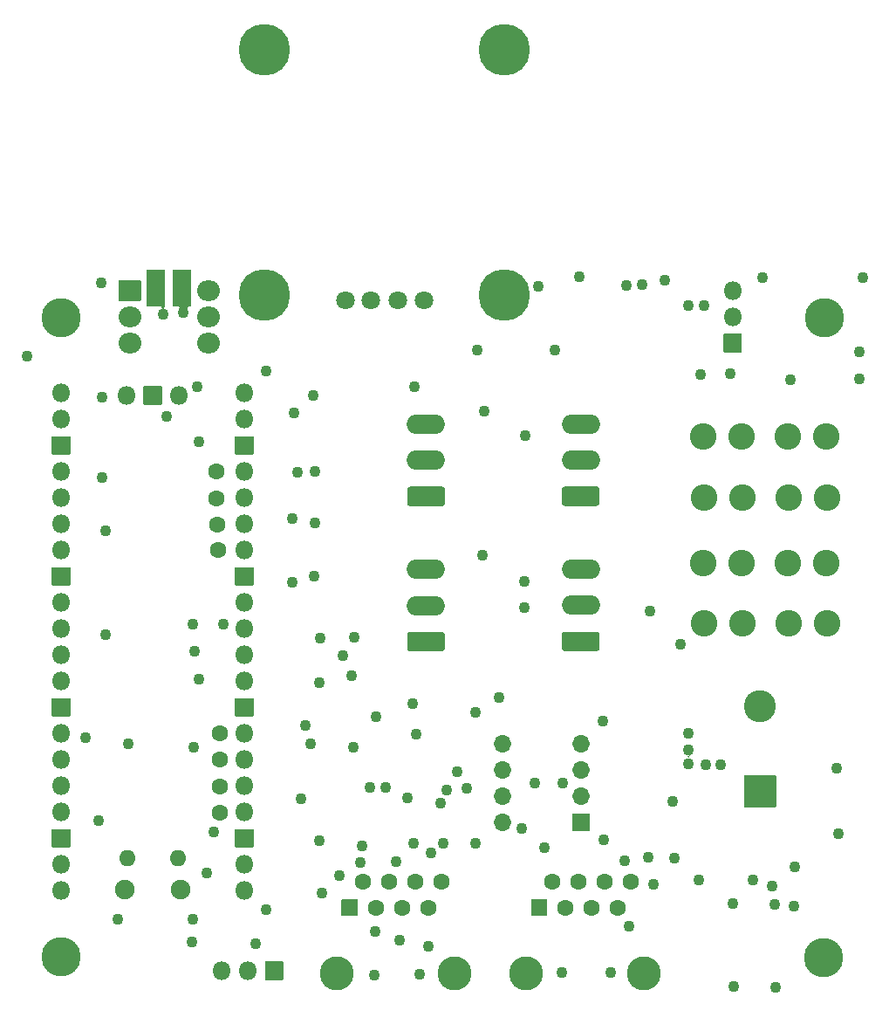
<source format=gbr>
G04 #@! TF.GenerationSoftware,KiCad,Pcbnew,(6.0.4)*
G04 #@! TF.CreationDate,2022-04-30T18:30:04-04:00*
G04 #@! TF.ProjectId,Receiver_Out,52656365-6976-4657-925f-4f75742e6b69,v2*
G04 #@! TF.SameCoordinates,Original*
G04 #@! TF.FileFunction,Soldermask,Bot*
G04 #@! TF.FilePolarity,Negative*
%FSLAX46Y46*%
G04 Gerber Fmt 4.6, Leading zero omitted, Abs format (unit mm)*
G04 Created by KiCad (PCBNEW (6.0.4)) date 2022-04-30 18:30:04*
%MOMM*%
%LPD*%
G01*
G04 APERTURE LIST*
%ADD10O,3.702000X1.902000*%
%ADD11C,3.102000*%
%ADD12C,2.577000*%
%ADD13O,1.802000X1.802000*%
%ADD14C,3.302000*%
%ADD15C,1.602000*%
%ADD16C,5.000000*%
%ADD17C,1.802000*%
%ADD18C,3.802000*%
%ADD19O,1.902000X1.902000*%
%ADD20O,1.602000X1.602000*%
%ADD21O,2.202000X2.002000*%
%ADD22O,1.702000X1.702000*%
%ADD23C,1.102000*%
G04 APERTURE END LIST*
G36*
G01*
X86293500Y-104968800D02*
X83193500Y-104968800D01*
G75*
G02*
X82892500Y-104667800I0J301000D01*
G01*
X82892500Y-103367800D01*
G75*
G02*
X83193500Y-103066800I301000J0D01*
G01*
X86293500Y-103066800D01*
G75*
G02*
X86594500Y-103367800I0J-301000D01*
G01*
X86594500Y-104667800D01*
G75*
G02*
X86293500Y-104968800I-301000J0D01*
G01*
G37*
D10*
X84743500Y-100517800D03*
X84743500Y-97017800D03*
G36*
G01*
X101293500Y-104951300D02*
X98193500Y-104951300D01*
G75*
G02*
X97892500Y-104650300I0J301000D01*
G01*
X97892500Y-103350300D01*
G75*
G02*
X98193500Y-103049300I301000J0D01*
G01*
X101293500Y-103049300D01*
G75*
G02*
X101594500Y-103350300I0J-301000D01*
G01*
X101594500Y-104650300D01*
G75*
G02*
X101293500Y-104951300I-301000J0D01*
G01*
G37*
X99743500Y-100500300D03*
X99743500Y-97000300D03*
G36*
G01*
X101293500Y-119033800D02*
X98193500Y-119033800D01*
G75*
G02*
X97892500Y-118732800I0J301000D01*
G01*
X97892500Y-117432800D01*
G75*
G02*
X98193500Y-117131800I301000J0D01*
G01*
X101293500Y-117131800D01*
G75*
G02*
X101594500Y-117432800I0J-301000D01*
G01*
X101594500Y-118732800D01*
G75*
G02*
X101293500Y-119033800I-301000J0D01*
G01*
G37*
X99743500Y-114582800D03*
X99743500Y-111082800D03*
G36*
G01*
X86293500Y-119051300D02*
X83193500Y-119051300D01*
G75*
G02*
X82892500Y-118750300I0J301000D01*
G01*
X82892500Y-117450300D01*
G75*
G02*
X83193500Y-117149300I301000J0D01*
G01*
X86293500Y-117149300D01*
G75*
G02*
X86594500Y-117450300I0J-301000D01*
G01*
X86594500Y-118750300D01*
G75*
G02*
X86293500Y-119051300I-301000J0D01*
G01*
G37*
X84743500Y-114600300D03*
X84743500Y-111100300D03*
G36*
G01*
X118664800Y-134166760D02*
X115664800Y-134166760D01*
G75*
G02*
X115613800Y-134115760I0J51000D01*
G01*
X115613800Y-131115760D01*
G75*
G02*
X115664800Y-131064760I51000J0D01*
G01*
X118664800Y-131064760D01*
G75*
G02*
X118715800Y-131115760I0J-51000D01*
G01*
X118715800Y-134115760D01*
G75*
G02*
X118664800Y-134166760I-51000J0D01*
G01*
G37*
D11*
X117164800Y-124365840D03*
D12*
X123567790Y-98217800D03*
X119867790Y-98217800D03*
X115367790Y-98217800D03*
X111667790Y-98217800D03*
X123651000Y-104117800D03*
X119951000Y-104117800D03*
X115451000Y-104117800D03*
X111751000Y-104117800D03*
X123567790Y-110517800D03*
X119867790Y-110517800D03*
X115367790Y-110517800D03*
X111667790Y-110517800D03*
X123651000Y-116317800D03*
X119951000Y-116317800D03*
X115451000Y-116317800D03*
X111751000Y-116317800D03*
G36*
G01*
X115402000Y-88292800D02*
X115402000Y-89992800D01*
G75*
G02*
X115351000Y-90043800I-51000J0D01*
G01*
X113651000Y-90043800D01*
G75*
G02*
X113600000Y-89992800I0J51000D01*
G01*
X113600000Y-88292800D01*
G75*
G02*
X113651000Y-88241800I51000J0D01*
G01*
X115351000Y-88241800D01*
G75*
G02*
X115402000Y-88292800I0J-51000D01*
G01*
G37*
D13*
X114501000Y-86602800D03*
X114501000Y-84062800D03*
D14*
X105878500Y-150267800D03*
X94448500Y-150267800D03*
G36*
G01*
X94917500Y-144667800D02*
X94917500Y-143167800D01*
G75*
G02*
X94968500Y-143116800I51000J0D01*
G01*
X96468500Y-143116800D01*
G75*
G02*
X96519500Y-143167800I0J-51000D01*
G01*
X96519500Y-144667800D01*
G75*
G02*
X96468500Y-144718800I-51000J0D01*
G01*
X94968500Y-144718800D01*
G75*
G02*
X94917500Y-144667800I0J51000D01*
G01*
G37*
D15*
X96988500Y-141377800D03*
X98258500Y-143917800D03*
X99528500Y-141377800D03*
X100798500Y-143917800D03*
X102068500Y-141377800D03*
X103338500Y-143917800D03*
X104608500Y-141377800D03*
D14*
X87478500Y-150267800D03*
X76048500Y-150267800D03*
G36*
G01*
X76517500Y-144667800D02*
X76517500Y-143167800D01*
G75*
G02*
X76568500Y-143116800I51000J0D01*
G01*
X78068500Y-143116800D01*
G75*
G02*
X78119500Y-143167800I0J-51000D01*
G01*
X78119500Y-144667800D01*
G75*
G02*
X78068500Y-144718800I-51000J0D01*
G01*
X76568500Y-144718800D01*
G75*
G02*
X76517500Y-144667800I0J51000D01*
G01*
G37*
D15*
X78588500Y-141377800D03*
X79858500Y-143917800D03*
X81128500Y-141377800D03*
X82398500Y-143917800D03*
X83668500Y-141377800D03*
X84938500Y-143917800D03*
X86208500Y-141377800D03*
D16*
X92351000Y-60717800D03*
X69051000Y-84517800D03*
X69051000Y-60717800D03*
X92351000Y-84517800D03*
D17*
X76901000Y-85017800D03*
X79401000Y-85017800D03*
X82001000Y-85017800D03*
X84501000Y-85017800D03*
D18*
X49301000Y-86717800D03*
D19*
X55476000Y-142117800D03*
D20*
X55776000Y-139087800D03*
X60626000Y-139087800D03*
D19*
X60926000Y-142117800D03*
D13*
X67091000Y-142247800D03*
X67091000Y-139707800D03*
G36*
G01*
X67992000Y-136317800D02*
X67992000Y-138017800D01*
G75*
G02*
X67941000Y-138068800I-51000J0D01*
G01*
X66241000Y-138068800D01*
G75*
G02*
X66190000Y-138017800I0J51000D01*
G01*
X66190000Y-136317800D01*
G75*
G02*
X66241000Y-136266800I51000J0D01*
G01*
X67941000Y-136266800D01*
G75*
G02*
X67992000Y-136317800I0J-51000D01*
G01*
G37*
X67091000Y-134627800D03*
X67091000Y-132087800D03*
X67091000Y-129547800D03*
X67091000Y-127007800D03*
G36*
G01*
X67992000Y-123617800D02*
X67992000Y-125317800D01*
G75*
G02*
X67941000Y-125368800I-51000J0D01*
G01*
X66241000Y-125368800D01*
G75*
G02*
X66190000Y-125317800I0J51000D01*
G01*
X66190000Y-123617800D01*
G75*
G02*
X66241000Y-123566800I51000J0D01*
G01*
X67941000Y-123566800D01*
G75*
G02*
X67992000Y-123617800I0J-51000D01*
G01*
G37*
X67091000Y-121927800D03*
X67091000Y-119387800D03*
X67091000Y-116847800D03*
X67091000Y-114307800D03*
G36*
G01*
X67992000Y-110917800D02*
X67992000Y-112617800D01*
G75*
G02*
X67941000Y-112668800I-51000J0D01*
G01*
X66241000Y-112668800D01*
G75*
G02*
X66190000Y-112617800I0J51000D01*
G01*
X66190000Y-110917800D01*
G75*
G02*
X66241000Y-110866800I51000J0D01*
G01*
X67941000Y-110866800D01*
G75*
G02*
X67992000Y-110917800I0J-51000D01*
G01*
G37*
X67091000Y-109227800D03*
X67091000Y-106687800D03*
X67091000Y-104147800D03*
X67091000Y-101607800D03*
G36*
G01*
X67992000Y-98217800D02*
X67992000Y-99917800D01*
G75*
G02*
X67941000Y-99968800I-51000J0D01*
G01*
X66241000Y-99968800D01*
G75*
G02*
X66190000Y-99917800I0J51000D01*
G01*
X66190000Y-98217800D01*
G75*
G02*
X66241000Y-98166800I51000J0D01*
G01*
X67941000Y-98166800D01*
G75*
G02*
X67992000Y-98217800I0J-51000D01*
G01*
G37*
X67091000Y-96527800D03*
X67091000Y-93987800D03*
X49311000Y-93987800D03*
X49311000Y-96527800D03*
G36*
G01*
X50212000Y-98217800D02*
X50212000Y-99917800D01*
G75*
G02*
X50161000Y-99968800I-51000J0D01*
G01*
X48461000Y-99968800D01*
G75*
G02*
X48410000Y-99917800I0J51000D01*
G01*
X48410000Y-98217800D01*
G75*
G02*
X48461000Y-98166800I51000J0D01*
G01*
X50161000Y-98166800D01*
G75*
G02*
X50212000Y-98217800I0J-51000D01*
G01*
G37*
X49311000Y-101607800D03*
X49311000Y-104147800D03*
X49311000Y-106687800D03*
X49311000Y-109227800D03*
G36*
G01*
X50212000Y-110917800D02*
X50212000Y-112617800D01*
G75*
G02*
X50161000Y-112668800I-51000J0D01*
G01*
X48461000Y-112668800D01*
G75*
G02*
X48410000Y-112617800I0J51000D01*
G01*
X48410000Y-110917800D01*
G75*
G02*
X48461000Y-110866800I51000J0D01*
G01*
X50161000Y-110866800D01*
G75*
G02*
X50212000Y-110917800I0J-51000D01*
G01*
G37*
X49311000Y-114307800D03*
X49311000Y-116847800D03*
X49311000Y-119387800D03*
X49311000Y-121927800D03*
G36*
G01*
X50212000Y-123617800D02*
X50212000Y-125317800D01*
G75*
G02*
X50161000Y-125368800I-51000J0D01*
G01*
X48461000Y-125368800D01*
G75*
G02*
X48410000Y-125317800I0J51000D01*
G01*
X48410000Y-123617800D01*
G75*
G02*
X48461000Y-123566800I51000J0D01*
G01*
X50161000Y-123566800D01*
G75*
G02*
X50212000Y-123617800I0J-51000D01*
G01*
G37*
X49311000Y-127007800D03*
X49311000Y-129547800D03*
X49311000Y-132087800D03*
X49311000Y-134627800D03*
G36*
G01*
X50212000Y-136317800D02*
X50212000Y-138017800D01*
G75*
G02*
X50161000Y-138068800I-51000J0D01*
G01*
X48461000Y-138068800D01*
G75*
G02*
X48410000Y-138017800I0J51000D01*
G01*
X48410000Y-136317800D01*
G75*
G02*
X48461000Y-136266800I51000J0D01*
G01*
X50161000Y-136266800D01*
G75*
G02*
X50212000Y-136317800I0J-51000D01*
G01*
G37*
X49311000Y-139707800D03*
X49311000Y-142247800D03*
X60741000Y-94217800D03*
G36*
G01*
X59102000Y-93367800D02*
X59102000Y-95067800D01*
G75*
G02*
X59051000Y-95118800I-51000J0D01*
G01*
X57351000Y-95118800D01*
G75*
G02*
X57300000Y-95067800I0J51000D01*
G01*
X57300000Y-93367800D01*
G75*
G02*
X57351000Y-93316800I51000J0D01*
G01*
X59051000Y-93316800D01*
G75*
G02*
X59102000Y-93367800I0J-51000D01*
G01*
G37*
X55661000Y-94217800D03*
D18*
X123431000Y-86717800D03*
X123331000Y-148739800D03*
G36*
G01*
X54867500Y-85005300D02*
X54867500Y-83105300D01*
G75*
G02*
X54918500Y-83054300I51000J0D01*
G01*
X57018500Y-83054300D01*
G75*
G02*
X57069500Y-83105300I0J-51000D01*
G01*
X57069500Y-85005300D01*
G75*
G02*
X57018500Y-85056300I-51000J0D01*
G01*
X54918500Y-85056300D01*
G75*
G02*
X54867500Y-85005300I0J51000D01*
G01*
G37*
D21*
X63588500Y-89135300D03*
X55968500Y-89135300D03*
X63588500Y-84055300D03*
X63588500Y-86595300D03*
X55968500Y-86595300D03*
D18*
X49281000Y-148689800D03*
G36*
G01*
X69151000Y-149116800D02*
X70851000Y-149116800D01*
G75*
G02*
X70902000Y-149167800I0J-51000D01*
G01*
X70902000Y-150867800D01*
G75*
G02*
X70851000Y-150918800I-51000J0D01*
G01*
X69151000Y-150918800D01*
G75*
G02*
X69100000Y-150867800I0J51000D01*
G01*
X69100000Y-149167800D01*
G75*
G02*
X69151000Y-149116800I51000J0D01*
G01*
G37*
D13*
X67461000Y-150017800D03*
X64921000Y-150017800D03*
G36*
G01*
X100652000Y-134817800D02*
X100652000Y-136417800D01*
G75*
G02*
X100601000Y-136468800I-51000J0D01*
G01*
X99001000Y-136468800D01*
G75*
G02*
X98950000Y-136417800I0J51000D01*
G01*
X98950000Y-134817800D01*
G75*
G02*
X99001000Y-134766800I51000J0D01*
G01*
X100601000Y-134766800D01*
G75*
G02*
X100652000Y-134817800I0J-51000D01*
G01*
G37*
D22*
X99801000Y-133077800D03*
X99801000Y-130537800D03*
X99801000Y-127997800D03*
X92181000Y-127997800D03*
X92181000Y-130537800D03*
X92181000Y-133077800D03*
X92181000Y-135617800D03*
D15*
X64701000Y-129517800D03*
X64401000Y-101617800D03*
X64601000Y-109217800D03*
X64701000Y-132117800D03*
X64501000Y-106717800D03*
G36*
G01*
X61911000Y-85618800D02*
X60211000Y-85618800D01*
G75*
G02*
X60160000Y-85567800I0J51000D01*
G01*
X60160000Y-82067800D01*
G75*
G02*
X60211000Y-82016800I51000J0D01*
G01*
X61911000Y-82016800D01*
G75*
G02*
X61962000Y-82067800I0J-51000D01*
G01*
X61962000Y-85567800D01*
G75*
G02*
X61911000Y-85618800I-51000J0D01*
G01*
G37*
G36*
G01*
X59356000Y-85618800D02*
X57656000Y-85618800D01*
G75*
G02*
X57605000Y-85567800I0J51000D01*
G01*
X57605000Y-82067800D01*
G75*
G02*
X57656000Y-82016800I51000J0D01*
G01*
X59356000Y-82016800D01*
G75*
G02*
X59407000Y-82067800I0J-51000D01*
G01*
X59407000Y-85567800D01*
G75*
G02*
X59356000Y-85618800I-51000J0D01*
G01*
G37*
X64701000Y-127017800D03*
X64701000Y-134717800D03*
X64401000Y-104217800D03*
D23*
X94401000Y-98117800D03*
X53301000Y-94417800D03*
X102701000Y-150217800D03*
X108701000Y-133617800D03*
X73991011Y-106617800D03*
X97201000Y-89817800D03*
X73891011Y-111717800D03*
X104201000Y-83532800D03*
X101881000Y-125837800D03*
X105701000Y-83432800D03*
X79701000Y-150417800D03*
X51701000Y-127417800D03*
X114601000Y-151517800D03*
X77701000Y-128367800D03*
X83401000Y-124117800D03*
X118701000Y-151617800D03*
X89551000Y-124917800D03*
X117401000Y-82817800D03*
X120401000Y-143717800D03*
X59601000Y-96217800D03*
X127101000Y-82817800D03*
X55801000Y-128017800D03*
X73801000Y-94217800D03*
X86151000Y-133767800D03*
X111901000Y-130017800D03*
X54801000Y-145017800D03*
X74401000Y-122117800D03*
X94001000Y-136217800D03*
X62501000Y-93417800D03*
X104401000Y-145717800D03*
X124801000Y-136717800D03*
X83751000Y-127117800D03*
X71901000Y-95917800D03*
X82901000Y-133217800D03*
X53201000Y-83317800D03*
X62701000Y-121717800D03*
X106501000Y-115117800D03*
X109401000Y-118317800D03*
X96201000Y-138068790D03*
X99601000Y-82732800D03*
X106301000Y-139017800D03*
X90401000Y-95717800D03*
X95601000Y-83632800D03*
X53601000Y-117417800D03*
X74601000Y-142517800D03*
X111201000Y-141217800D03*
X62201000Y-128317800D03*
X120501000Y-139917800D03*
X114301000Y-92117800D03*
X108801000Y-139117800D03*
X118301000Y-141817800D03*
X63501000Y-140517800D03*
X68201000Y-147417800D03*
X74351000Y-137367800D03*
X95281000Y-131807800D03*
X53301000Y-102217800D03*
X86401000Y-137617800D03*
X97901000Y-150217800D03*
X72231000Y-101687800D03*
X113301000Y-130017800D03*
X88651000Y-132317800D03*
X53001000Y-135417800D03*
X110201000Y-85517800D03*
X53601000Y-107317800D03*
X126801000Y-92617800D03*
X91801000Y-123517800D03*
X107901000Y-83017800D03*
X94301000Y-114817800D03*
X89701000Y-89817800D03*
X114501000Y-143517800D03*
X74451000Y-117767800D03*
X120101000Y-92717800D03*
X111401000Y-92217800D03*
X124601000Y-130417800D03*
X62101000Y-116417800D03*
X98001000Y-131817800D03*
X102001000Y-137317800D03*
X116501000Y-141217800D03*
X84101000Y-150317800D03*
X94301000Y-112217800D03*
X62701000Y-98717800D03*
X78551000Y-137917800D03*
X62001000Y-147217800D03*
X110201000Y-127017800D03*
X46001000Y-90417800D03*
X111701000Y-85517800D03*
X79901000Y-125367800D03*
X77801000Y-117667800D03*
X118601000Y-143617800D03*
X110201000Y-129917800D03*
X110201000Y-128617800D03*
X62101000Y-145017800D03*
X69201000Y-144117800D03*
X90201000Y-109717800D03*
X83601000Y-93417800D03*
X126801000Y-90017800D03*
X65101000Y-116417800D03*
X73976500Y-101566563D03*
X89506000Y-137662800D03*
X69201000Y-91817800D03*
X73501000Y-127967800D03*
X72601000Y-133317800D03*
X104001000Y-139317800D03*
X76301000Y-140817800D03*
X80796500Y-132267800D03*
X106801000Y-141617800D03*
X79801000Y-146217800D03*
X82201000Y-147017300D03*
X83558657Y-137654615D03*
X86751000Y-132527936D03*
X85001000Y-147617800D03*
X87801000Y-130717800D03*
X71751000Y-112317800D03*
X71751000Y-106167800D03*
X62301000Y-119017800D03*
X77551000Y-121397800D03*
X76701000Y-119417800D03*
X61201000Y-86217800D03*
X59251000Y-86367800D03*
X64101000Y-136517800D03*
X78351000Y-139517800D03*
X81851000Y-139467800D03*
X85216332Y-138633132D03*
X79251000Y-132267800D03*
X73051000Y-126217800D03*
G36*
X110332024Y-129150541D02*
G01*
X110332285Y-129152524D01*
X110331415Y-129153504D01*
X110280625Y-129181964D01*
X110248101Y-129243111D01*
X110253799Y-129312133D01*
X110295970Y-129367199D01*
X110326117Y-129381350D01*
X110327260Y-129382991D01*
X110326410Y-129384801D01*
X110325006Y-129385143D01*
X110201000Y-129368817D01*
X110073083Y-129385658D01*
X110071235Y-129384893D01*
X110070974Y-129382910D01*
X110071826Y-129381941D01*
X110122594Y-129352791D01*
X110154477Y-129291307D01*
X110148057Y-129222348D01*
X110105304Y-129167717D01*
X110076897Y-129154383D01*
X110075754Y-129152742D01*
X110076604Y-129150932D01*
X110078008Y-129150590D01*
X110201000Y-129166783D01*
X110330176Y-129149776D01*
X110332024Y-129150541D01*
G37*
G36*
X59370865Y-85614824D02*
G01*
X59371255Y-85616786D01*
X59370472Y-85617806D01*
X59367506Y-85619787D01*
X59322899Y-85673164D01*
X59314268Y-85741879D01*
X59344153Y-85804344D01*
X59392689Y-85833605D01*
X59393656Y-85835356D01*
X59392623Y-85837069D01*
X59391395Y-85837301D01*
X59251000Y-85818817D01*
X59108913Y-85837524D01*
X59023562Y-85872877D01*
X59021579Y-85872616D01*
X59020814Y-85870768D01*
X59021880Y-85869252D01*
X59052923Y-85853230D01*
X59103242Y-85805205D01*
X59119539Y-85737891D01*
X59096856Y-85672453D01*
X59042313Y-85629603D01*
X58996393Y-85620764D01*
X58994881Y-85619455D01*
X58995259Y-85617491D01*
X58996771Y-85616800D01*
X59355801Y-85616800D01*
X59368971Y-85614181D01*
X59370865Y-85614824D01*
G37*
G36*
X61679549Y-85617800D02*
G01*
X61679549Y-85619800D01*
X61678380Y-85620719D01*
X61611368Y-85640395D01*
X61566013Y-85692738D01*
X61556156Y-85761291D01*
X61583030Y-85820137D01*
X61582840Y-85822128D01*
X61581021Y-85822959D01*
X61579993Y-85822555D01*
X61475490Y-85742366D01*
X61343087Y-85687524D01*
X61201000Y-85668817D01*
X61058913Y-85687524D01*
X60926510Y-85742366D01*
X60813621Y-85828989D01*
X60811638Y-85829250D01*
X60810420Y-85827663D01*
X60810717Y-85826326D01*
X60841525Y-85778035D01*
X60841295Y-85708778D01*
X60803657Y-85650639D01*
X60740355Y-85621984D01*
X60723336Y-85620795D01*
X60721677Y-85619677D01*
X60721817Y-85617682D01*
X60723475Y-85616800D01*
X61677817Y-85616800D01*
X61679549Y-85617800D01*
G37*
M02*

</source>
